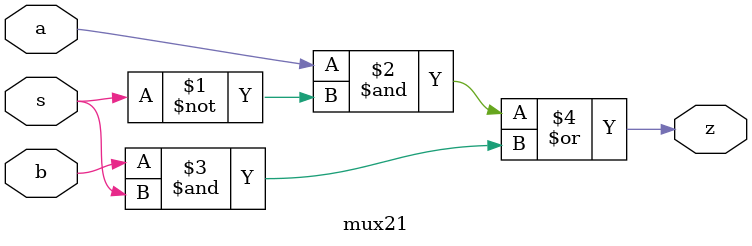
<source format=sv>
module mux21(
    output logic z,
    input logic a,b,s
);

assign z = (a & ~s) | (b & s);

endmodule

</source>
